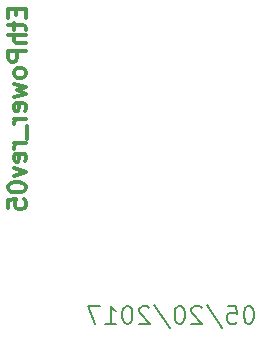
<source format=gbo>
G04 #@! TF.FileFunction,Legend,Bot*
%FSLAX46Y46*%
G04 Gerber Fmt 4.6, Leading zero omitted, Abs format (unit mm)*
G04 Created by KiCad (PCBNEW 4.0.6-e0-6349~53~ubuntu16.04.1) date Sat May 20 22:39:52 2017*
%MOMM*%
%LPD*%
G01*
G04 APERTURE LIST*
%ADD10C,0.150000*%
%ADD11C,0.300000*%
%ADD12C,0.200000*%
G04 APERTURE END LIST*
D10*
D11*
X88492857Y-90371430D02*
X88492857Y-90871430D01*
X89278571Y-91085716D02*
X89278571Y-90371430D01*
X87778571Y-90371430D01*
X87778571Y-91085716D01*
X88278571Y-91514287D02*
X88278571Y-92085716D01*
X87778571Y-91728573D02*
X89064286Y-91728573D01*
X89207143Y-91800001D01*
X89278571Y-91942859D01*
X89278571Y-92085716D01*
X89278571Y-92585716D02*
X87778571Y-92585716D01*
X89278571Y-93228573D02*
X88492857Y-93228573D01*
X88350000Y-93157144D01*
X88278571Y-93014287D01*
X88278571Y-92800002D01*
X88350000Y-92657144D01*
X88421429Y-92585716D01*
X89278571Y-93942859D02*
X87778571Y-93942859D01*
X87778571Y-94514287D01*
X87850000Y-94657145D01*
X87921429Y-94728573D01*
X88064286Y-94800002D01*
X88278571Y-94800002D01*
X88421429Y-94728573D01*
X88492857Y-94657145D01*
X88564286Y-94514287D01*
X88564286Y-93942859D01*
X89278571Y-95657145D02*
X89207143Y-95514287D01*
X89135714Y-95442859D01*
X88992857Y-95371430D01*
X88564286Y-95371430D01*
X88421429Y-95442859D01*
X88350000Y-95514287D01*
X88278571Y-95657145D01*
X88278571Y-95871430D01*
X88350000Y-96014287D01*
X88421429Y-96085716D01*
X88564286Y-96157145D01*
X88992857Y-96157145D01*
X89135714Y-96085716D01*
X89207143Y-96014287D01*
X89278571Y-95871430D01*
X89278571Y-95657145D01*
X88278571Y-96657145D02*
X89278571Y-96942859D01*
X88564286Y-97228573D01*
X89278571Y-97514288D01*
X88278571Y-97800002D01*
X89207143Y-98942859D02*
X89278571Y-98800002D01*
X89278571Y-98514288D01*
X89207143Y-98371431D01*
X89064286Y-98300002D01*
X88492857Y-98300002D01*
X88350000Y-98371431D01*
X88278571Y-98514288D01*
X88278571Y-98800002D01*
X88350000Y-98942859D01*
X88492857Y-99014288D01*
X88635714Y-99014288D01*
X88778571Y-98300002D01*
X89278571Y-99657145D02*
X88278571Y-99657145D01*
X88564286Y-99657145D02*
X88421429Y-99728573D01*
X88350000Y-99800002D01*
X88278571Y-99942859D01*
X88278571Y-100085716D01*
X89421429Y-100228573D02*
X89421429Y-101371430D01*
X89278571Y-101728573D02*
X88278571Y-101728573D01*
X88564286Y-101728573D02*
X88421429Y-101800001D01*
X88350000Y-101871430D01*
X88278571Y-102014287D01*
X88278571Y-102157144D01*
X89207143Y-103228572D02*
X89278571Y-103085715D01*
X89278571Y-102800001D01*
X89207143Y-102657144D01*
X89064286Y-102585715D01*
X88492857Y-102585715D01*
X88350000Y-102657144D01*
X88278571Y-102800001D01*
X88278571Y-103085715D01*
X88350000Y-103228572D01*
X88492857Y-103300001D01*
X88635714Y-103300001D01*
X88778571Y-102585715D01*
X88278571Y-103800001D02*
X89278571Y-104157144D01*
X88278571Y-104514286D01*
X87778571Y-105371429D02*
X87778571Y-105514286D01*
X87850000Y-105657143D01*
X87921429Y-105728572D01*
X88064286Y-105800001D01*
X88350000Y-105871429D01*
X88707143Y-105871429D01*
X88992857Y-105800001D01*
X89135714Y-105728572D01*
X89207143Y-105657143D01*
X89278571Y-105514286D01*
X89278571Y-105371429D01*
X89207143Y-105228572D01*
X89135714Y-105157143D01*
X88992857Y-105085715D01*
X88707143Y-105014286D01*
X88350000Y-105014286D01*
X88064286Y-105085715D01*
X87921429Y-105157143D01*
X87850000Y-105228572D01*
X87778571Y-105371429D01*
X87778571Y-107228572D02*
X87778571Y-106514286D01*
X88492857Y-106442857D01*
X88421429Y-106514286D01*
X88350000Y-106657143D01*
X88350000Y-107014286D01*
X88421429Y-107157143D01*
X88492857Y-107228572D01*
X88635714Y-107300000D01*
X88992857Y-107300000D01*
X89135714Y-107228572D01*
X89207143Y-107157143D01*
X89278571Y-107014286D01*
X89278571Y-106657143D01*
X89207143Y-106514286D01*
X89135714Y-106442857D01*
D12*
X108242856Y-115478571D02*
X108099999Y-115478571D01*
X107957142Y-115550000D01*
X107885713Y-115621429D01*
X107814284Y-115764286D01*
X107742856Y-116050000D01*
X107742856Y-116407143D01*
X107814284Y-116692857D01*
X107885713Y-116835714D01*
X107957142Y-116907143D01*
X108099999Y-116978571D01*
X108242856Y-116978571D01*
X108385713Y-116907143D01*
X108457142Y-116835714D01*
X108528570Y-116692857D01*
X108599999Y-116407143D01*
X108599999Y-116050000D01*
X108528570Y-115764286D01*
X108457142Y-115621429D01*
X108385713Y-115550000D01*
X108242856Y-115478571D01*
X106385713Y-115478571D02*
X107099999Y-115478571D01*
X107171428Y-116192857D01*
X107099999Y-116121429D01*
X106957142Y-116050000D01*
X106599999Y-116050000D01*
X106457142Y-116121429D01*
X106385713Y-116192857D01*
X106314285Y-116335714D01*
X106314285Y-116692857D01*
X106385713Y-116835714D01*
X106457142Y-116907143D01*
X106599999Y-116978571D01*
X106957142Y-116978571D01*
X107099999Y-116907143D01*
X107171428Y-116835714D01*
X104600000Y-115407143D02*
X105885714Y-117335714D01*
X104171428Y-115621429D02*
X104099999Y-115550000D01*
X103957142Y-115478571D01*
X103599999Y-115478571D01*
X103457142Y-115550000D01*
X103385713Y-115621429D01*
X103314285Y-115764286D01*
X103314285Y-115907143D01*
X103385713Y-116121429D01*
X104242856Y-116978571D01*
X103314285Y-116978571D01*
X102385714Y-115478571D02*
X102242857Y-115478571D01*
X102100000Y-115550000D01*
X102028571Y-115621429D01*
X101957142Y-115764286D01*
X101885714Y-116050000D01*
X101885714Y-116407143D01*
X101957142Y-116692857D01*
X102028571Y-116835714D01*
X102100000Y-116907143D01*
X102242857Y-116978571D01*
X102385714Y-116978571D01*
X102528571Y-116907143D01*
X102600000Y-116835714D01*
X102671428Y-116692857D01*
X102742857Y-116407143D01*
X102742857Y-116050000D01*
X102671428Y-115764286D01*
X102600000Y-115621429D01*
X102528571Y-115550000D01*
X102385714Y-115478571D01*
X100171429Y-115407143D02*
X101457143Y-117335714D01*
X99742857Y-115621429D02*
X99671428Y-115550000D01*
X99528571Y-115478571D01*
X99171428Y-115478571D01*
X99028571Y-115550000D01*
X98957142Y-115621429D01*
X98885714Y-115764286D01*
X98885714Y-115907143D01*
X98957142Y-116121429D01*
X99814285Y-116978571D01*
X98885714Y-116978571D01*
X97957143Y-115478571D02*
X97814286Y-115478571D01*
X97671429Y-115550000D01*
X97600000Y-115621429D01*
X97528571Y-115764286D01*
X97457143Y-116050000D01*
X97457143Y-116407143D01*
X97528571Y-116692857D01*
X97600000Y-116835714D01*
X97671429Y-116907143D01*
X97814286Y-116978571D01*
X97957143Y-116978571D01*
X98100000Y-116907143D01*
X98171429Y-116835714D01*
X98242857Y-116692857D01*
X98314286Y-116407143D01*
X98314286Y-116050000D01*
X98242857Y-115764286D01*
X98171429Y-115621429D01*
X98100000Y-115550000D01*
X97957143Y-115478571D01*
X96028572Y-116978571D02*
X96885715Y-116978571D01*
X96457143Y-116978571D02*
X96457143Y-115478571D01*
X96600000Y-115692857D01*
X96742858Y-115835714D01*
X96885715Y-115907143D01*
X95528572Y-115478571D02*
X94528572Y-115478571D01*
X95171429Y-116978571D01*
M02*

</source>
